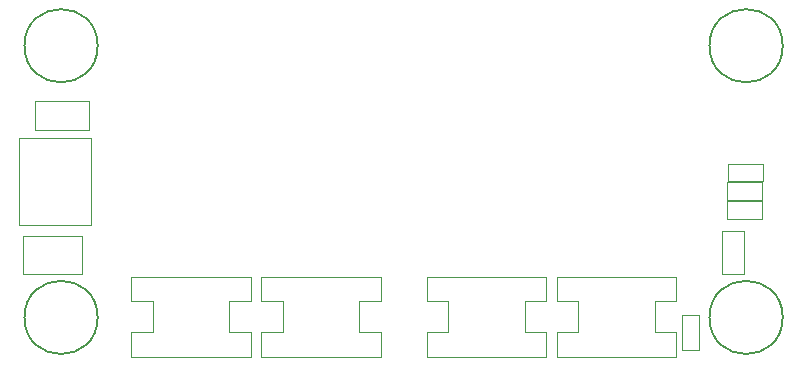
<source format=gbr>
G04 #@! TF.GenerationSoftware,KiCad,Pcbnew,7.0.8*
G04 #@! TF.CreationDate,2023-11-03T14:19:20+02:00*
G04 #@! TF.ProjectId,TinyNumberHat,54696e79-4e75-46d6-9265-724861742e6b,rev?*
G04 #@! TF.SameCoordinates,Original*
G04 #@! TF.FileFunction,Other,User*
%FSLAX46Y46*%
G04 Gerber Fmt 4.6, Leading zero omitted, Abs format (unit mm)*
G04 Created by KiCad (PCBNEW 7.0.8) date 2023-11-03 14:19:20*
%MOMM*%
%LPD*%
G01*
G04 APERTURE LIST*
%ADD10C,0.050000*%
%ADD11C,0.150000*%
G04 APERTURE END LIST*
D10*
X145450000Y-93050000D02*
X155550000Y-93050000D01*
X145450000Y-95150000D02*
X145450000Y-93050000D01*
X145450000Y-97750000D02*
X147250000Y-97750000D01*
X145450000Y-99850000D02*
X145450000Y-97750000D01*
X147250000Y-95150000D02*
X145450000Y-95150000D01*
X147250000Y-97750000D02*
X147250000Y-95150000D01*
X153750000Y-95150000D02*
X153750000Y-97750000D01*
X153750000Y-97750000D02*
X155550000Y-97750000D01*
X155550000Y-93050000D02*
X155550000Y-95150000D01*
X155550000Y-95150000D02*
X153750000Y-95150000D01*
X155550000Y-97750000D02*
X155550000Y-99850000D01*
X155550000Y-99850000D02*
X145450000Y-99850000D01*
X134450000Y-93050000D02*
X144550000Y-93050000D01*
X134450000Y-95150000D02*
X134450000Y-93050000D01*
X134450000Y-97750000D02*
X136250000Y-97750000D01*
X134450000Y-99850000D02*
X134450000Y-97750000D01*
X136250000Y-95150000D02*
X134450000Y-95150000D01*
X136250000Y-97750000D02*
X136250000Y-95150000D01*
X142750000Y-95150000D02*
X142750000Y-97750000D01*
X142750000Y-97750000D02*
X144550000Y-97750000D01*
X144550000Y-93050000D02*
X144550000Y-95150000D01*
X144550000Y-95150000D02*
X142750000Y-95150000D01*
X144550000Y-97750000D02*
X144550000Y-99850000D01*
X144550000Y-99850000D02*
X134450000Y-99850000D01*
X156070000Y-99280000D02*
X156070000Y-96320000D01*
X157530000Y-99280000D02*
X156070000Y-99280000D01*
X156070000Y-96320000D02*
X157530000Y-96320000D01*
X157530000Y-96320000D02*
X157530000Y-99280000D01*
X106025000Y-81350000D02*
X106025000Y-88650000D01*
X99975000Y-81350000D02*
X106025000Y-81350000D01*
X106025000Y-88650000D02*
X99975000Y-88650000D01*
X99975000Y-88650000D02*
X99975000Y-81350000D01*
X162880000Y-86530000D02*
X159920000Y-86530000D01*
X162880000Y-85070000D02*
X162880000Y-86530000D01*
X159920000Y-86530000D02*
X159920000Y-85070000D01*
X159920000Y-85070000D02*
X162880000Y-85070000D01*
X162905000Y-84930000D02*
X159945000Y-84930000D01*
X162905000Y-83470000D02*
X162905000Y-84930000D01*
X159945000Y-84930000D02*
X159945000Y-83470000D01*
X159945000Y-83470000D02*
X162905000Y-83470000D01*
X109450000Y-93050000D02*
X119550000Y-93050000D01*
X109450000Y-95150000D02*
X109450000Y-93050000D01*
X109450000Y-97750000D02*
X111250000Y-97750000D01*
X109450000Y-99850000D02*
X109450000Y-97750000D01*
X111250000Y-95150000D02*
X109450000Y-95150000D01*
X111250000Y-97750000D02*
X111250000Y-95150000D01*
X117750000Y-95150000D02*
X117750000Y-97750000D01*
X117750000Y-97750000D02*
X119550000Y-97750000D01*
X119550000Y-93050000D02*
X119550000Y-95150000D01*
X119550000Y-95150000D02*
X117750000Y-95150000D01*
X119550000Y-97750000D02*
X119550000Y-99850000D01*
X119550000Y-99850000D02*
X109450000Y-99850000D01*
X120450000Y-93050000D02*
X130550000Y-93050000D01*
X120450000Y-95150000D02*
X120450000Y-93050000D01*
X120450000Y-97750000D02*
X122250000Y-97750000D01*
X120450000Y-99850000D02*
X120450000Y-97750000D01*
X122250000Y-95150000D02*
X120450000Y-95150000D01*
X122250000Y-97750000D02*
X122250000Y-95150000D01*
X128750000Y-95150000D02*
X128750000Y-97750000D01*
X128750000Y-97750000D02*
X130550000Y-97750000D01*
X130550000Y-93050000D02*
X130550000Y-95150000D01*
X130550000Y-95150000D02*
X128750000Y-95150000D01*
X130550000Y-97750000D02*
X130550000Y-99850000D01*
X130550000Y-99850000D02*
X120450000Y-99850000D01*
X159895000Y-86670000D02*
X162855000Y-86670000D01*
X159895000Y-88130000D02*
X159895000Y-86670000D01*
X162855000Y-86670000D02*
X162855000Y-88130000D01*
X162855000Y-88130000D02*
X159895000Y-88130000D01*
D11*
X164600000Y-96500000D02*
G75*
G03*
X164600000Y-96500000I-3100000J0D01*
G01*
X106600000Y-73500000D02*
G75*
G03*
X106600000Y-73500000I-3100000J0D01*
G01*
D10*
X100320000Y-89600000D02*
X105280000Y-89600000D01*
X100320000Y-92800000D02*
X100320000Y-89600000D01*
X105280000Y-89600000D02*
X105280000Y-92800000D01*
X105280000Y-92800000D02*
X100320000Y-92800000D01*
D11*
X106600000Y-96500000D02*
G75*
G03*
X106600000Y-96500000I-3100000J0D01*
G01*
D10*
X159450000Y-92850000D02*
X159450000Y-89150000D01*
X161350000Y-92850000D02*
X159450000Y-92850000D01*
X159450000Y-89150000D02*
X161350000Y-89150000D01*
X161350000Y-89150000D02*
X161350000Y-92850000D01*
X101300000Y-78150000D02*
X101300000Y-80650000D01*
X101300000Y-78150000D02*
X105900000Y-78150000D01*
X105900000Y-80650000D02*
X101300000Y-80650000D01*
X105900000Y-80650000D02*
X105900000Y-78150000D01*
D11*
X164600000Y-73500000D02*
G75*
G03*
X164600000Y-73500000I-3100000J0D01*
G01*
M02*

</source>
